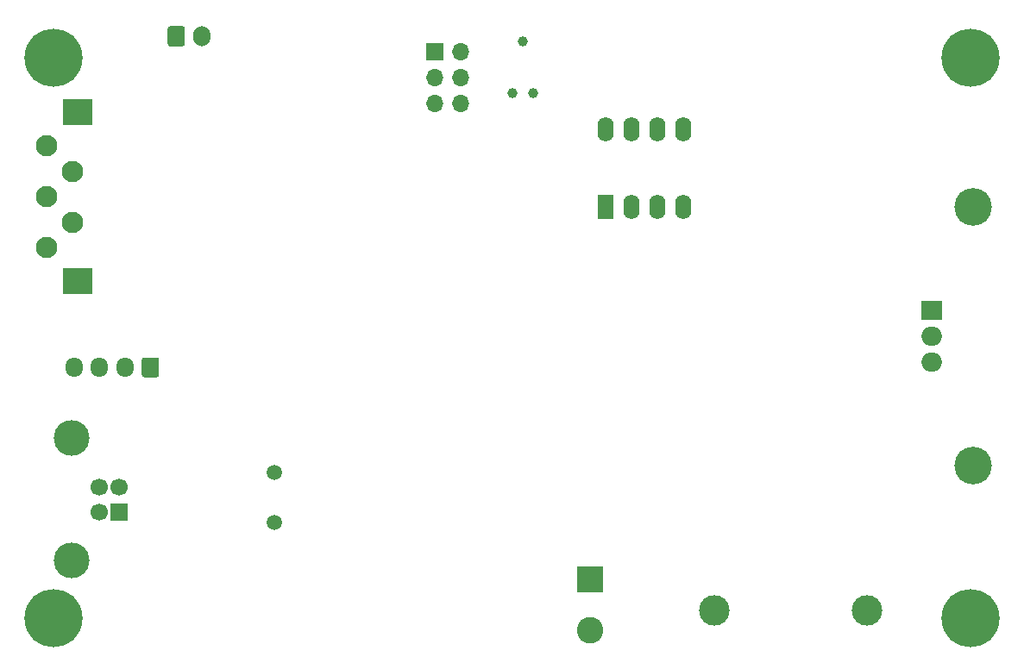
<source format=gbs>
G04 #@! TF.GenerationSoftware,KiCad,Pcbnew,(5.1.9)-1*
G04 #@! TF.CreationDate,2021-08-12T22:27:46-04:00*
G04 #@! TF.ProjectId,ElectronicLoad,456c6563-7472-46f6-9e69-634c6f61642e,A*
G04 #@! TF.SameCoordinates,Original*
G04 #@! TF.FileFunction,Soldermask,Bot*
G04 #@! TF.FilePolarity,Negative*
%FSLAX46Y46*%
G04 Gerber Fmt 4.6, Leading zero omitted, Abs format (unit mm)*
G04 Created by KiCad (PCBNEW (5.1.9)-1) date 2021-08-12 22:27:46*
%MOMM*%
%LPD*%
G01*
G04 APERTURE LIST*
%ADD10C,2.100000*%
%ADD11R,3.000000X2.500000*%
%ADD12O,2.000000X1.905000*%
%ADD13R,2.000000X1.905000*%
%ADD14C,3.000000*%
%ADD15C,3.686000*%
%ADD16C,5.700000*%
%ADD17O,1.600000X2.400000*%
%ADD18R,1.600000X2.400000*%
%ADD19O,1.700000X1.950000*%
%ADD20O,1.700000X2.000000*%
%ADD21C,1.500000*%
%ADD22C,0.990600*%
%ADD23O,1.700000X1.700000*%
%ADD24R,1.700000X1.700000*%
%ADD25C,3.500000*%
%ADD26C,1.700000*%
%ADD27C,2.600000*%
%ADD28R,2.600000X2.600000*%
G04 APERTURE END LIST*
D10*
X109676000Y-80344000D03*
X109676000Y-90344000D03*
X109676000Y-85344000D03*
D11*
X112776000Y-93644000D03*
X112776000Y-77044000D03*
D10*
X112276000Y-82844000D03*
X112276000Y-87844000D03*
D12*
X196596000Y-101600000D03*
X196596000Y-99060000D03*
D13*
X196596000Y-96520000D03*
D14*
X190260000Y-125984000D03*
X175260000Y-125984000D03*
D15*
X200660000Y-86360000D03*
X200660000Y-111760000D03*
D16*
X110372000Y-126740000D03*
X200372000Y-126740000D03*
X200372000Y-71740000D03*
X110372000Y-71740000D03*
D17*
X164592000Y-78740000D03*
X172212000Y-86360000D03*
X167132000Y-78740000D03*
X169672000Y-86360000D03*
X169672000Y-78740000D03*
X167132000Y-86360000D03*
X172212000Y-78740000D03*
D18*
X164592000Y-86360000D03*
D19*
X112388000Y-102108000D03*
X114888000Y-102108000D03*
X117388000Y-102108000D03*
G36*
G01*
X120738000Y-101383000D02*
X120738000Y-102833000D01*
G75*
G02*
X120488000Y-103083000I-250000J0D01*
G01*
X119288000Y-103083000D01*
G75*
G02*
X119038000Y-102833000I0J250000D01*
G01*
X119038000Y-101383000D01*
G75*
G02*
X119288000Y-101133000I250000J0D01*
G01*
X120488000Y-101133000D01*
G75*
G02*
X120738000Y-101383000I0J-250000D01*
G01*
G37*
D20*
X124928000Y-69596000D03*
G36*
G01*
X121578000Y-70346000D02*
X121578000Y-68846000D01*
G75*
G02*
X121828000Y-68596000I250000J0D01*
G01*
X123028000Y-68596000D01*
G75*
G02*
X123278000Y-68846000I0J-250000D01*
G01*
X123278000Y-70346000D01*
G75*
G02*
X123028000Y-70596000I-250000J0D01*
G01*
X121828000Y-70596000D01*
G75*
G02*
X121578000Y-70346000I0J250000D01*
G01*
G37*
D21*
X132080000Y-112468000D03*
X132080000Y-117348000D03*
D22*
X156464000Y-70104000D03*
X155448000Y-75184000D03*
X157480000Y-75184000D03*
D23*
X150368000Y-76200000D03*
X147828000Y-76200000D03*
X150368000Y-73660000D03*
X147828000Y-73660000D03*
X150368000Y-71120000D03*
D24*
X147828000Y-71120000D03*
D25*
X112130000Y-109062000D03*
X112130000Y-121102000D03*
D26*
X114840000Y-116332000D03*
X114840000Y-113832000D03*
X116840000Y-113832000D03*
D24*
X116840000Y-116332000D03*
D27*
X163068000Y-127936000D03*
D28*
X163068000Y-122936000D03*
M02*

</source>
